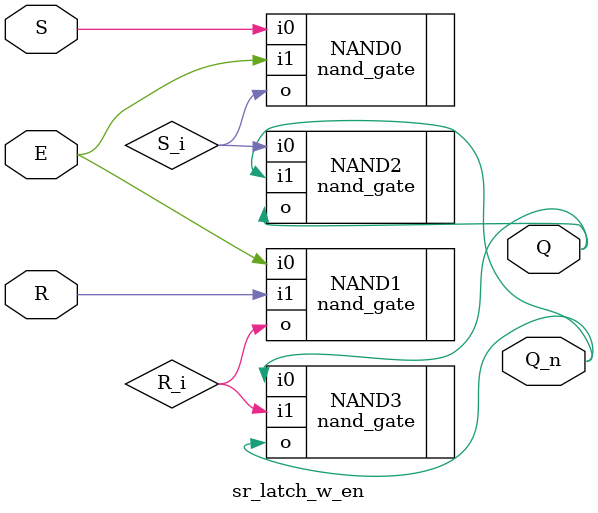
<source format=v>
`timescale 1ns / 1ps


module sr_latch_w_en (S, R, E, Q, Q_n);
    input   wire    S, R, E;
    output  wire    Q, Q_n;
            wire    S_i, R_i;
    
    nand_gate NAND0 (.i0(S), .i1(E), .o(S_i));
    nand_gate NAND1 (.i0(E), .i1(R), .o(R_i));
    nand_gate NAND2 (.i0(S_i), .i1(Q_n), .o(Q));
    nand_gate NAND3 (.i0(Q), .i1(R_i), .o(Q_n));
endmodule

</source>
